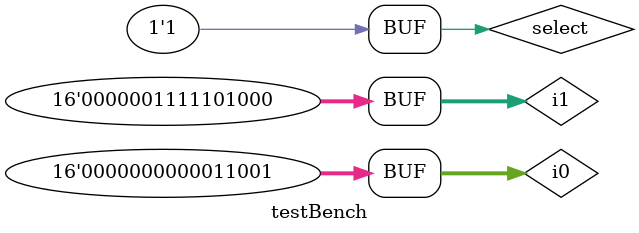
<source format=v>
`include "multiplexer.v"

module testBench;
	 // input
   reg [15:0] i0, i1;
	 reg select;
	 // output
	 wire [15:0] y;


   mux2x1_16bit mux (i0,i1,select,y);

   initial
      begin

      // Set input to 2to1 16-bit mulitplexer to:
			// 25, 1000
			// use the "select" input to select one of them
			// and print it out.
			#10 i0 = 15'd25; i1 = 15'd1000; select = 0;
			#10 i0 = 15'd25; i1 = 15'd1000; select = 1;

      end

   initial
      $monitor ("i0 = %d i1 = %d select = %d y = %d",
		     i0, i1, select, y);

endmodule

</source>
